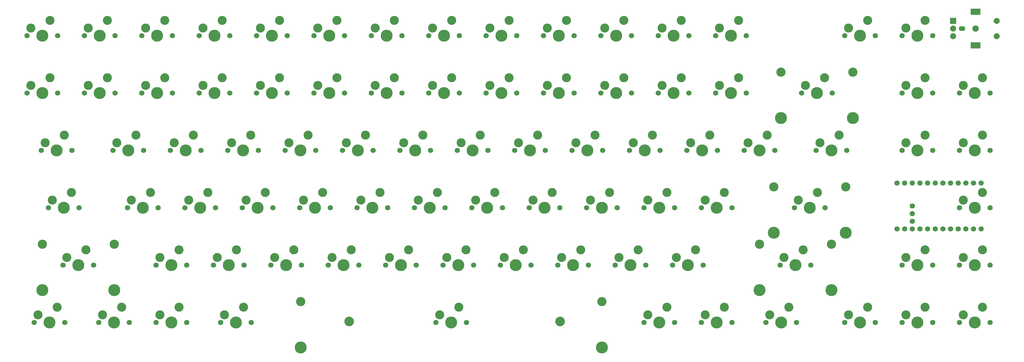
<source format=gts>
%TF.GenerationSoftware,KiCad,Pcbnew,9.0.2*%
%TF.CreationDate,2025-07-13T14:40:43-07:00*%
%TF.ProjectId,Kicad Project,4b696361-6420-4507-926f-6a6563742e6b,rev?*%
%TF.SameCoordinates,Original*%
%TF.FileFunction,Soldermask,Top*%
%TF.FilePolarity,Negative*%
%FSLAX46Y46*%
G04 Gerber Fmt 4.6, Leading zero omitted, Abs format (unit mm)*
G04 Created by KiCad (PCBNEW 9.0.2) date 2025-07-13 14:40:43*
%MOMM*%
%LPD*%
G01*
G04 APERTURE LIST*
%ADD10C,1.750000*%
%ADD11C,3.000000*%
%ADD12C,3.987800*%
%ADD13C,3.048000*%
%ADD14C,3.200000*%
%ADD15O,2.200000X1.600000*%
%ADD16C,2.100000*%
%ADD17R,2.000000X2.000000*%
%ADD18C,2.000000*%
%ADD19R,3.200000X2.000000*%
%ADD20C,1.752600*%
G04 APERTURE END LIST*
D10*
%TO.C,MX42*%
X142557660Y-130968828D03*
D11*
X143827660Y-128428828D03*
D12*
X147637660Y-130968828D03*
D11*
X150177660Y-125888828D03*
D10*
X152717660Y-130968828D03*
%TD*%
%TO.C,MX23*%
X223520160Y-92868828D03*
D11*
X224790160Y-90328828D03*
D12*
X228600160Y-92868828D03*
D11*
X231140160Y-87788828D03*
D10*
X233680160Y-92868828D03*
%TD*%
%TO.C,MX27*%
X80645160Y-111918828D03*
D11*
X81915160Y-109378828D03*
D12*
X85725160Y-111918828D03*
D11*
X88265160Y-106838828D03*
D10*
X90805160Y-111918828D03*
%TD*%
%TO.C,MX33*%
X194945160Y-111918828D03*
D11*
X196215160Y-109378828D03*
D12*
X200025160Y-111918828D03*
D11*
X202565160Y-106838828D03*
D10*
X205105160Y-111918828D03*
%TD*%
%TO.C,MX29*%
X118745160Y-111918828D03*
D11*
X120015160Y-109378828D03*
D12*
X123825160Y-111918828D03*
D11*
X126365160Y-106838828D03*
D10*
X128905160Y-111918828D03*
%TD*%
%TO.C,MX25*%
X261620160Y-92868828D03*
D11*
X262890160Y-90328828D03*
D12*
X266700160Y-92868828D03*
D11*
X269240160Y-87788828D03*
D10*
X271780160Y-92868828D03*
%TD*%
%TO.C,MX39*%
X85407660Y-130968828D03*
D11*
X86677660Y-128428828D03*
D12*
X90487660Y-130968828D03*
D11*
X93027660Y-125888828D03*
D10*
X95567660Y-130968828D03*
%TD*%
%TO.C,MX36*%
X252095160Y-111918828D03*
D11*
X253365160Y-109378828D03*
D12*
X257175160Y-111918828D03*
D11*
X259715160Y-106838828D03*
D10*
X262255160Y-111918828D03*
%TD*%
%TO.C,MX57*%
X228282660Y-150018828D03*
D11*
X229552660Y-147478828D03*
D12*
X233362660Y-150018828D03*
D11*
X235902660Y-144938828D03*
D10*
X238442660Y-150018828D03*
%TD*%
%TO.C,MX73*%
X323532660Y-169068828D03*
D11*
X324802660Y-166528828D03*
D12*
X328612660Y-169068828D03*
D11*
X331152660Y-163988828D03*
D10*
X333692660Y-169068828D03*
%TD*%
%TO.C,MX76*%
X54451410Y-169068828D03*
D11*
X55721410Y-166528828D03*
D12*
X59531410Y-169068828D03*
D11*
X62071410Y-163988828D03*
D10*
X64611410Y-169068828D03*
%TD*%
%TO.C,MX13*%
X280670160Y-73818828D03*
D11*
X281940160Y-71278828D03*
D12*
X285750160Y-73818828D03*
D11*
X288290160Y-68738828D03*
D10*
X290830160Y-73818828D03*
%TD*%
%TO.C,MX16*%
X90170160Y-92868828D03*
D11*
X91440160Y-90328828D03*
D12*
X95250160Y-92868828D03*
D11*
X97790160Y-87788828D03*
D10*
X100330160Y-92868828D03*
%TD*%
%TO.C,MX53*%
X152082660Y-150018828D03*
D11*
X153352660Y-147478828D03*
D12*
X157162660Y-150018828D03*
D11*
X159702660Y-144938828D03*
D10*
X162242660Y-150018828D03*
%TD*%
%TO.C,MX59*%
X266382660Y-150018828D03*
D11*
X267652660Y-147478828D03*
D12*
X271462660Y-150018828D03*
D11*
X274002660Y-144938828D03*
D10*
X276542660Y-150018828D03*
%TD*%
%TO.C,MX80*%
X314007660Y-111918828D03*
D11*
X315277660Y-109378828D03*
D12*
X319087660Y-111918828D03*
D11*
X321627660Y-106838828D03*
D10*
X324167660Y-111918828D03*
%TD*%
D13*
%TO.C,MX82*%
X302387160Y-85883828D03*
D12*
X302387160Y-101123828D03*
D10*
X309245160Y-92868828D03*
D11*
X310515160Y-90328828D03*
D12*
X314325160Y-92868828D03*
D11*
X316865160Y-87788828D03*
D10*
X319405160Y-92868828D03*
D13*
X326263160Y-85883828D03*
D12*
X326263160Y-101123828D03*
%TD*%
D10*
%TO.C,MX6*%
X147320160Y-73818828D03*
D11*
X148590160Y-71278828D03*
D12*
X152400160Y-73818828D03*
D11*
X154940160Y-68738828D03*
D10*
X157480160Y-73818828D03*
%TD*%
%TO.C,MX72*%
X342582660Y-150018828D03*
D11*
X343852660Y-147478828D03*
D12*
X347662660Y-150018828D03*
D11*
X350202660Y-144938828D03*
D10*
X352742660Y-150018828D03*
%TD*%
%TO.C,MX54*%
X171132660Y-150018828D03*
D11*
X172402660Y-147478828D03*
D12*
X176212660Y-150018828D03*
D11*
X178752660Y-144938828D03*
D10*
X181292660Y-150018828D03*
%TD*%
%TO.C,MX51*%
X113982660Y-150018828D03*
D11*
X115252660Y-147478828D03*
D12*
X119062660Y-150018828D03*
D11*
X121602660Y-144938828D03*
D10*
X124142660Y-150018828D03*
%TD*%
%TO.C,MX74*%
X342582660Y-169068828D03*
D11*
X343852660Y-166528828D03*
D12*
X347662660Y-169068828D03*
D11*
X350202660Y-163988828D03*
D10*
X352742660Y-169068828D03*
%TD*%
%TO.C,MX35*%
X233045160Y-111918828D03*
D11*
X234315160Y-109378828D03*
D12*
X238125160Y-111918828D03*
D11*
X240665160Y-106838828D03*
D10*
X243205160Y-111918828D03*
%TD*%
%TO.C,MX63*%
X275907660Y-169068828D03*
D11*
X277177660Y-166528828D03*
D12*
X280987660Y-169068828D03*
D11*
X283527660Y-163988828D03*
D10*
X286067660Y-169068828D03*
%TD*%
%TO.C,MX22*%
X204470160Y-92868828D03*
D11*
X205740160Y-90328828D03*
D12*
X209550160Y-92868828D03*
D11*
X212090160Y-87788828D03*
D10*
X214630160Y-92868828D03*
%TD*%
%TO.C,MX46*%
X218757660Y-130968828D03*
D11*
X220027660Y-128428828D03*
D12*
X223837660Y-130968828D03*
D11*
X226377660Y-125888828D03*
D10*
X228917660Y-130968828D03*
%TD*%
%TO.C,MX12*%
X261620160Y-73818828D03*
D11*
X262890160Y-71278828D03*
D12*
X266700160Y-73818828D03*
D11*
X269240160Y-68738828D03*
D10*
X271780160Y-73818828D03*
%TD*%
D14*
%TO.C,M3-1*%
X159050160Y-168718828D03*
%TD*%
D10*
%TO.C,MX9*%
X204470160Y-73818828D03*
D11*
X205740160Y-71278828D03*
D12*
X209550160Y-73818828D03*
D11*
X212090160Y-68738828D03*
D10*
X214630160Y-73818828D03*
%TD*%
%TO.C,MX64*%
X323532660Y-73818828D03*
D11*
X324802660Y-71278828D03*
D12*
X328612660Y-73818828D03*
D11*
X331152660Y-68738828D03*
D10*
X333692660Y-73818828D03*
%TD*%
%TO.C,MX30*%
X137795160Y-111918828D03*
D11*
X139065160Y-109378828D03*
D12*
X142875160Y-111918828D03*
D11*
X145415160Y-106838828D03*
D10*
X147955160Y-111918828D03*
%TD*%
%TO.C,MX14*%
X52070160Y-92868828D03*
D11*
X53340160Y-90328828D03*
D12*
X57150160Y-92868828D03*
D11*
X59690160Y-87788828D03*
D10*
X62230160Y-92868828D03*
%TD*%
%TO.C,MX8*%
X185420160Y-73818828D03*
D11*
X186690160Y-71278828D03*
D12*
X190500160Y-73818828D03*
D11*
X193040160Y-68738828D03*
D10*
X195580160Y-73818828D03*
%TD*%
%TO.C,MX45*%
X199707660Y-130968828D03*
D11*
X200977660Y-128428828D03*
D12*
X204787660Y-130968828D03*
D11*
X207327660Y-125888828D03*
D10*
X209867660Y-130968828D03*
%TD*%
%TO.C,MX20*%
X166370160Y-92868828D03*
D11*
X167640160Y-90328828D03*
D12*
X171450160Y-92868828D03*
D11*
X173990160Y-87788828D03*
D10*
X176530160Y-92868828D03*
%TD*%
%TO.C,MX65*%
X342582660Y-73818828D03*
D11*
X343852660Y-71278828D03*
D12*
X347662660Y-73818828D03*
D11*
X350202660Y-68738828D03*
D10*
X352742660Y-73818828D03*
%TD*%
%TO.C,MX78*%
X297338910Y-169068828D03*
D11*
X298608910Y-166528828D03*
D12*
X302418910Y-169068828D03*
D11*
X304958910Y-163988828D03*
D10*
X307498910Y-169068828D03*
%TD*%
%TO.C,MX34*%
X213995160Y-111918828D03*
D11*
X215265160Y-109378828D03*
D12*
X219075160Y-111918828D03*
D11*
X221615160Y-106838828D03*
D10*
X224155160Y-111918828D03*
%TD*%
D13*
%TO.C,MX84*%
X57118410Y-143033828D03*
D12*
X57118410Y-158273828D03*
D10*
X63976410Y-150018828D03*
D11*
X65246410Y-147478828D03*
D12*
X69056410Y-150018828D03*
D11*
X71596410Y-144938828D03*
D10*
X74136410Y-150018828D03*
D13*
X80994410Y-143033828D03*
D12*
X80994410Y-158273828D03*
%TD*%
D10*
%TO.C,MX52*%
X133032660Y-150018828D03*
D11*
X134302660Y-147478828D03*
D12*
X138112660Y-150018828D03*
D11*
X140652660Y-144938828D03*
D10*
X143192660Y-150018828D03*
%TD*%
%TO.C,MX61*%
X94932660Y-169068828D03*
D11*
X96202660Y-166528828D03*
D12*
X100012660Y-169068828D03*
D11*
X102552660Y-163988828D03*
D10*
X105092660Y-169068828D03*
%TD*%
%TO.C,MX7*%
X166370160Y-73818828D03*
D11*
X167640160Y-71278828D03*
D12*
X171450160Y-73818828D03*
D11*
X173990160Y-68738828D03*
D10*
X176530160Y-73818828D03*
%TD*%
%TO.C,MX40*%
X104457660Y-130968828D03*
D11*
X105727660Y-128428828D03*
D12*
X109537660Y-130968828D03*
D11*
X112077660Y-125888828D03*
D10*
X114617660Y-130968828D03*
%TD*%
%TO.C,MX43*%
X161607660Y-130968828D03*
D11*
X162877660Y-128428828D03*
D12*
X166687660Y-130968828D03*
D11*
X169227660Y-125888828D03*
D10*
X171767660Y-130968828D03*
%TD*%
%TO.C,MX28*%
X99695160Y-111918828D03*
D11*
X100965160Y-109378828D03*
D12*
X104775160Y-111918828D03*
D11*
X107315160Y-106838828D03*
D10*
X109855160Y-111918828D03*
%TD*%
%TO.C,MX66*%
X342582660Y-92868828D03*
D11*
X343852660Y-90328828D03*
D12*
X347662660Y-92868828D03*
D11*
X350202660Y-87788828D03*
D10*
X352742660Y-92868828D03*
%TD*%
%TO.C,MX68*%
X342582660Y-111918828D03*
D11*
X343852660Y-109378828D03*
D12*
X347662660Y-111918828D03*
D11*
X350202660Y-106838828D03*
D10*
X352742660Y-111918828D03*
%TD*%
%TO.C,MX67*%
X361632660Y-92868828D03*
D11*
X362902660Y-90328828D03*
D12*
X366712660Y-92868828D03*
D11*
X369252660Y-87788828D03*
D10*
X371792660Y-92868828D03*
%TD*%
%TO.C,MX32*%
X175895160Y-111918828D03*
D11*
X177165160Y-109378828D03*
D12*
X180975160Y-111918828D03*
D11*
X183515160Y-106838828D03*
D10*
X186055160Y-111918828D03*
%TD*%
%TO.C,MX58*%
X247332660Y-150018828D03*
D11*
X248602660Y-147478828D03*
D12*
X252412660Y-150018828D03*
D11*
X254952660Y-144938828D03*
D10*
X257492660Y-150018828D03*
%TD*%
%TO.C,MX38*%
X290195160Y-111918828D03*
D11*
X291465160Y-109378828D03*
D12*
X295275160Y-111918828D03*
D11*
X297815160Y-106838828D03*
D10*
X300355160Y-111918828D03*
%TD*%
%TO.C,MX49*%
X275907660Y-130968828D03*
D11*
X277177660Y-128428828D03*
D12*
X280987660Y-130968828D03*
D11*
X283527660Y-125888828D03*
D10*
X286067660Y-130968828D03*
%TD*%
%TO.C,MX75*%
X361632660Y-169068828D03*
D11*
X362902660Y-166528828D03*
D12*
X366712660Y-169068828D03*
D11*
X369252660Y-163988828D03*
D10*
X371792660Y-169068828D03*
%TD*%
%TO.C,MX18*%
X128270160Y-92868828D03*
D11*
X129540160Y-90328828D03*
D12*
X133350160Y-92868828D03*
D11*
X135890160Y-87788828D03*
D10*
X138430160Y-92868828D03*
%TD*%
%TO.C,MX21*%
X185420160Y-92868828D03*
D11*
X186690160Y-90328828D03*
D12*
X190500160Y-92868828D03*
D11*
X193040160Y-87788828D03*
D10*
X195580160Y-92868828D03*
%TD*%
%TO.C,MX11*%
X242570160Y-73818828D03*
D11*
X243840160Y-71278828D03*
D12*
X247650160Y-73818828D03*
D11*
X250190160Y-68738828D03*
D10*
X252730160Y-73818828D03*
%TD*%
%TO.C,MX81*%
X59213910Y-130968828D03*
D11*
X60483910Y-128428828D03*
D12*
X64293910Y-130968828D03*
D11*
X66833910Y-125888828D03*
D10*
X69373910Y-130968828D03*
%TD*%
%TO.C,MX24*%
X242570160Y-92868828D03*
D11*
X243840160Y-90328828D03*
D12*
X247650160Y-92868828D03*
D11*
X250190160Y-87788828D03*
D10*
X252730160Y-92868828D03*
%TD*%
%TO.C,MX79*%
X56832660Y-111918828D03*
D11*
X58102660Y-109378828D03*
D12*
X61912660Y-111918828D03*
D11*
X64452660Y-106838828D03*
D10*
X66992660Y-111918828D03*
%TD*%
%TO.C,MX3*%
X90170160Y-73818828D03*
D11*
X91440160Y-71278828D03*
D12*
X95250160Y-73818828D03*
D11*
X97790160Y-68738828D03*
D10*
X100330160Y-73818828D03*
%TD*%
%TO.C,MX70*%
X361632660Y-130968828D03*
D11*
X362902660Y-128428828D03*
D12*
X366712660Y-130968828D03*
D11*
X369252660Y-125888828D03*
D10*
X371792660Y-130968828D03*
%TD*%
%TO.C,MX15*%
X71120160Y-92868828D03*
D11*
X72390160Y-90328828D03*
D12*
X76200160Y-92868828D03*
D11*
X78740160Y-87788828D03*
D10*
X81280160Y-92868828D03*
%TD*%
%TO.C,MX19*%
X147320160Y-92868828D03*
D11*
X148590160Y-90328828D03*
D12*
X152400160Y-92868828D03*
D11*
X154940160Y-87788828D03*
D10*
X157480160Y-92868828D03*
%TD*%
D13*
%TO.C,MX83*%
X300005910Y-123983828D03*
D12*
X300005910Y-139223828D03*
D10*
X306863910Y-130968828D03*
D11*
X308133910Y-128428828D03*
D12*
X311943910Y-130968828D03*
D11*
X314483910Y-125888828D03*
D10*
X317023910Y-130968828D03*
D13*
X323881910Y-123983828D03*
D12*
X323881910Y-139223828D03*
%TD*%
D10*
%TO.C,MX60*%
X75882660Y-169068828D03*
D11*
X77152660Y-166528828D03*
D12*
X80962660Y-169068828D03*
D11*
X83502660Y-163988828D03*
D10*
X86042660Y-169068828D03*
%TD*%
%TO.C,MX69*%
X361632660Y-111918828D03*
D11*
X362902660Y-109378828D03*
D12*
X366712660Y-111918828D03*
D11*
X369252660Y-106838828D03*
D10*
X371792660Y-111918828D03*
%TD*%
%TO.C,MX47*%
X237807660Y-130968828D03*
D11*
X239077660Y-128428828D03*
D12*
X242887660Y-130968828D03*
D11*
X245427660Y-125888828D03*
D10*
X247967660Y-130968828D03*
%TD*%
%TO.C,MX56*%
X209232660Y-150018828D03*
D11*
X210502660Y-147478828D03*
D12*
X214312660Y-150018828D03*
D11*
X216852660Y-144938828D03*
D10*
X219392660Y-150018828D03*
%TD*%
%TO.C,MX10*%
X223520160Y-73818828D03*
D11*
X224790160Y-71278828D03*
D12*
X228600160Y-73818828D03*
D11*
X231140160Y-68738828D03*
D10*
X233680160Y-73818828D03*
%TD*%
%TO.C,MX50*%
X94932660Y-150018828D03*
D11*
X96202660Y-147478828D03*
D12*
X100012660Y-150018828D03*
D11*
X102552660Y-144938828D03*
D10*
X105092660Y-150018828D03*
%TD*%
D13*
%TO.C,MX86*%
X142881510Y-162083828D03*
D12*
X142881510Y-177323828D03*
D10*
X187801410Y-169068828D03*
D11*
X189071410Y-166528828D03*
D12*
X192881410Y-169068828D03*
D11*
X195421410Y-163988828D03*
D10*
X197961410Y-169068828D03*
D13*
X242881310Y-162083828D03*
D12*
X242881310Y-177323828D03*
%TD*%
D10*
%TO.C,MX48*%
X256857660Y-130968828D03*
D11*
X258127660Y-128428828D03*
D12*
X261937660Y-130968828D03*
D11*
X264477660Y-125888828D03*
D10*
X267017660Y-130968828D03*
%TD*%
%TO.C,MX5*%
X128270160Y-73818828D03*
D11*
X129540160Y-71278828D03*
D12*
X133350160Y-73818828D03*
D11*
X135890160Y-68738828D03*
D10*
X138430160Y-73818828D03*
%TD*%
%TO.C,MX41*%
X123507660Y-130968828D03*
D11*
X124777660Y-128428828D03*
D12*
X128587660Y-130968828D03*
D11*
X131127660Y-125888828D03*
D10*
X133667660Y-130968828D03*
%TD*%
D13*
%TO.C,MX85*%
X295243410Y-143033828D03*
D12*
X295243410Y-158273828D03*
D10*
X302101410Y-150018828D03*
D11*
X303371410Y-147478828D03*
D12*
X307181410Y-150018828D03*
D11*
X309721410Y-144938828D03*
D10*
X312261410Y-150018828D03*
D13*
X319119410Y-143033828D03*
D12*
X319119410Y-158273828D03*
%TD*%
D10*
%TO.C,MX4*%
X109220160Y-73818828D03*
D11*
X110490160Y-71278828D03*
D12*
X114300160Y-73818828D03*
D11*
X116840160Y-68738828D03*
D10*
X119380160Y-73818828D03*
%TD*%
%TO.C,MX62*%
X256857660Y-169068828D03*
D11*
X258127660Y-166528828D03*
D12*
X261937660Y-169068828D03*
D11*
X264477660Y-163988828D03*
D10*
X267017660Y-169068828D03*
%TD*%
%TO.C,MX26*%
X280670160Y-92868828D03*
D11*
X281940160Y-90328828D03*
D12*
X285750160Y-92868828D03*
D11*
X288290160Y-87788828D03*
D10*
X290830160Y-92868828D03*
%TD*%
%TO.C,MX1*%
X52070160Y-73818828D03*
D11*
X53340160Y-71278828D03*
D12*
X57150160Y-73818828D03*
D11*
X59690160Y-68738828D03*
D10*
X62230160Y-73818828D03*
%TD*%
D15*
%TO.C,SW1*%
X362462660Y-71437578D03*
D16*
X366962660Y-71437578D03*
D17*
X359462660Y-68937578D03*
D18*
X359462660Y-73937578D03*
X359462660Y-71437578D03*
D19*
X366962660Y-65837578D03*
X366962660Y-77037578D03*
D18*
X373962660Y-73937578D03*
X373962660Y-68937578D03*
%TD*%
D10*
%TO.C,MX17*%
X109220160Y-92868828D03*
D11*
X110490160Y-90328828D03*
D12*
X114300160Y-92868828D03*
D11*
X116840160Y-87788828D03*
D10*
X119380160Y-92868828D03*
%TD*%
%TO.C,MX44*%
X180657660Y-130968828D03*
D11*
X181927660Y-128428828D03*
D12*
X185737660Y-130968828D03*
D11*
X188277660Y-125888828D03*
D10*
X190817660Y-130968828D03*
%TD*%
%TO.C,MX71*%
X361632660Y-150018828D03*
D11*
X362902660Y-147478828D03*
D12*
X366712660Y-150018828D03*
D11*
X369252660Y-144938828D03*
D10*
X371792660Y-150018828D03*
%TD*%
%TO.C,MX2*%
X71120160Y-73818828D03*
D11*
X72390160Y-71278828D03*
D12*
X76200160Y-73818828D03*
D11*
X78740160Y-68738828D03*
D10*
X81280160Y-73818828D03*
%TD*%
D14*
%TO.C,M3-2*%
X229050160Y-168718828D03*
%TD*%
D10*
%TO.C,MX31*%
X156845160Y-111918828D03*
D11*
X158115160Y-109378828D03*
D12*
X161925160Y-111918828D03*
D11*
X164465160Y-106838828D03*
D10*
X167005160Y-111918828D03*
%TD*%
%TO.C,MX37*%
X271145160Y-111918828D03*
D11*
X272415160Y-109378828D03*
D12*
X276225160Y-111918828D03*
D11*
X278765160Y-106838828D03*
D10*
X281305160Y-111918828D03*
%TD*%
%TO.C,MX55*%
X190182660Y-150018828D03*
D11*
X191452660Y-147478828D03*
D12*
X195262660Y-150018828D03*
D11*
X197802660Y-144938828D03*
D10*
X200342660Y-150018828D03*
%TD*%
%TO.C,MX77*%
X116363910Y-169068828D03*
D11*
X117633910Y-166528828D03*
D12*
X121443910Y-169068828D03*
D11*
X123983910Y-163988828D03*
D10*
X126523910Y-169068828D03*
%TD*%
D20*
%TO.C,U1*%
X368776410Y-138018828D03*
X366236410Y-138018828D03*
X363696410Y-138018828D03*
X361156410Y-138018828D03*
X358616410Y-138018828D03*
X356076410Y-138018828D03*
X353536410Y-138018828D03*
X350996410Y-138018828D03*
X348456410Y-138018828D03*
X345916410Y-138018828D03*
X343376410Y-138018828D03*
X340836410Y-138018828D03*
X340836410Y-122778828D03*
X343376410Y-122778828D03*
X345916410Y-122778828D03*
X348456410Y-122778828D03*
X350996410Y-122778828D03*
X353536410Y-122778828D03*
X356076410Y-122778828D03*
X358616410Y-122778828D03*
X361156410Y-122778828D03*
X363696410Y-122778828D03*
X366236410Y-122778828D03*
X368776410Y-122778828D03*
X345916410Y-135478828D03*
X345916410Y-132938828D03*
X345916410Y-130398828D03*
%TD*%
M02*

</source>
